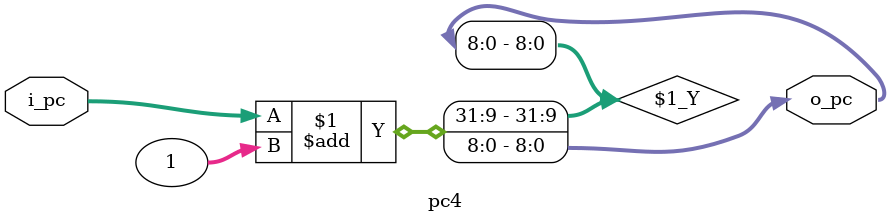
<source format=v>
`timescale 1ns / 1ps
module pc4(i_pc, o_pc);
    parameter N = 9;
    input  wire[N-1:0] i_pc;
    output wire[N-1:0] o_pc;

    assign o_pc = i_pc + 1;

endmodule


</source>
